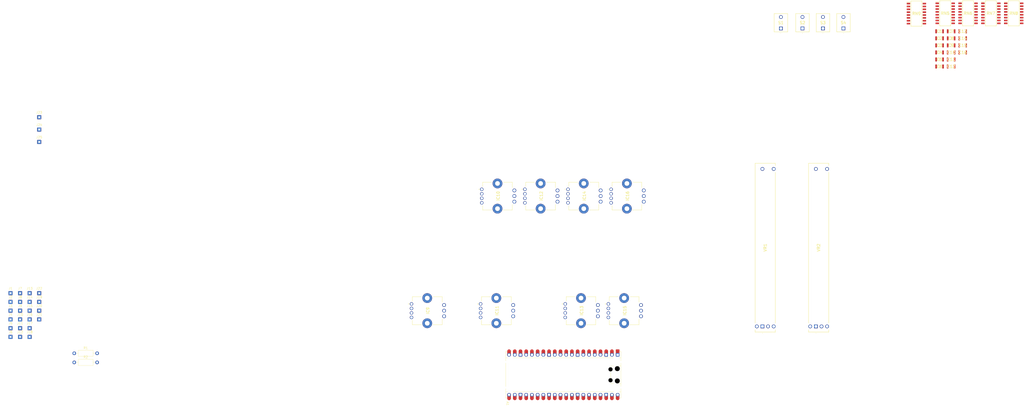
<source format=kicad_pcb>
(kicad_pcb (version 20241229) (generator "pcbnew") (generator_version "9.0")
  (layers (0 "F.Cu" signal) (4 "In1.Cu" signal) (6 "In2.Cu" signal) (2 "B.Cu" signal) (13 "F.Paste" user) (15 "B.Paste" user) (5 "F.SilkS" user "F.Silkscreen") (7 "B.SilkS" user "B.Silkscreen") (1 "F.Mask" user) (3 "B.Mask" user) (25 "Edge.Cuts" user))
  (net 0 "")
  (net 1 "/AOut3")
  (net 2 "/VBUS")
  (net 4 "/AOut1")
  (net 6 "/SCL")
  (net 8 "/AOut5")
  (net 9 "/AOut4")
  (net 10 "/WIPER_VR1")
  (net 11 "/AOut7")
  (net 12 "/BOut3")
  (net 13 "/WIPER_VR2")
  (net 15 "/SDA")
  (net 16 "/AOut6")
  (net 17 "/BOut1")
  (net 18 "/3V3")
  (net 19 "/BOut7")
  (net 20 "/AOut8")
  (net 21 "/BOut2")
  (net 23 "/BOut6")
  (net 24 "/BOut5")
  (net 25 "/BOut4")
  (net 26 "/AOut2")
  (net 27 "/BOut8")
  (net 28 "GND")
  (net 29 "/OE")
  (net 30 "/PWM_1")
  (net 31 "/PWM_0")
  (net 32 "/PWM_9")
  (net 33 "/PWM_8")
  (net 34 "/PWM_2")
  (net 35 "/PWM_3")
  (net 36 "/PWM_11")
  (net 37 "/PWM_10")
  (net 38 "/PWM_5")
  (net 39 "/PWM_4")
  (net 40 "/PWM_12")
  (net 41 "/PWM_13")
  (net 42 "/PWM_7")
  (net 43 "/PWM_6")
  (net 44 "/PWM_14")
  (net 45 "/PWM_15")
  (net 46 "/LED_VCC")
  (net 48 "/GPIO19")
  (net 49 "/GPIO21")
  (net 59 "/GPIO20")
  (net 62 "/GPIO18")
  (net 70 "Net-(VR1-B_(+))")
  (net 71 "Net-(VR2-B_(+))")
  (footprint "SamacSys_Parts:PTL6015O1104B2" (layer "F.Cu") (at 232 120 90)
    (property "Reference" "VR1" (at 35 1.25 90) (layer "F.SilkS") (effects (font (size 1.27 1.27) (thickness 0.254))))
    (property "Value" "PTL60-15O1-104B2" (hide yes))
    (pad "1" thru_hole rect (at 0 0 90) (size 1.65 1.65) (drill 1.1) (layers "*.Cu" "*.Mask") (net 28 "GND"))
    (pad "2" thru_hole circle (at 0 -2.5 90) (size 1.65 1.65) (drill 1.1) (layers "*.Cu" "*.Mask") (net 10 "/WIPER_VR1"))
    (pad "3" thru_hole circle (at 70 0 90) (size 1.65 1.65) (drill 1.1) (layers "*.Cu" "*.Mask") (net 18 "/3V3"))
    (pad "B1" thru_hole circle (at 70 5 90) (size 1.65 1.65) (drill 1.1) (layers "*.Cu" "*.Mask") (net 70 "Net-(VR1-B_(+))"))
    (pad "E1" thru_hole circle (at 0 5 90) (size 1.65 1.65) (drill 1.1) (layers "*.Cu" "*.Mask") (net 28 "GND"))
    (pad "L1" thru_hole circle (at 0 2.5 90) (size 1.65 1.65) (drill 1.1) (layers "*.Cu" "*.Mask") (net 28 "GND"))
  )
  (footprint "Kicad Libs:CAPC3216X90N" (layer "F.Cu") (at 315.883 -1.795)
    (property "Reference" "C10" (at 0 0 0) (layer "F.SilkS") (effects (font (size 1.27 1.27) (thickness 0.254))))
    (property "Value" "885012208009" (hide yes))
    (pad "1" smd rect (at -1.54 0) (size 0.71 1.78) (layers "F.Cu" "F.Mask" "F.Paste") (net 21 "/BOut2"))
    (pad "2" smd rect (at 1.54 0) (size 0.71 1.78) (layers "F.Cu" "F.Mask" "F.Paste") (net 28 "GND"))
  )
  (footprint "Connector_Wire:SolderWire-0.25sqmm_1x01_D0.65mm_OD1.7mm" (layer "F.Cu") (at -102.25 109.11)
    (property "Reference" "J2" (at 0 -2.12 0) (layer "F.SilkS"))
    (property "Value" "Conn_01x01")
    (pad "1" thru_hole roundrect (at 0 0) (size 1.85 1.85) (drill 0.85) (layers "*.Cu" "*.Mask") (roundrect_rratio 0.135135) (net 46 "/LED_VCC"))
  )
  (footprint "Connector_Wire:SolderWire-0.25sqmm_1x01_D0.65mm_OD1.7mm" (layer "F.Cu") (at -102.25 113)
    (property "Reference" "J3" (at 0 -2.12 0) (layer "F.SilkS"))
    (property "Value" "Conn_01x01")
    (pad "1" thru_hole roundrect (at 0 0) (size 1.85 1.85) (drill 0.85) (layers "*.Cu" "*.Mask") (roundrect_rratio 0.135135) (net 31 "/PWM_0"))
  )
  (footprint "Connector_Wire:SolderWire-0.25sqmm_1x01_D0.65mm_OD1.7mm" (layer "F.Cu") (at -98 109.11)
    (property "Reference" "J8" (at 0 -2.12 0) (layer "F.SilkS"))
    (property "Value" "Conn_01x01")
    (pad "1" thru_hole roundrect (at 0 0) (size 1.85 1.85) (drill 0.85) (layers "*.Cu" "*.Mask") (roundrect_rratio 0.135135) (net 38 "/PWM_5"))
  )
  (footprint "Connector_Wire:SolderWire-0.25sqmm_1x01_D0.65mm_OD1.7mm" (layer "F.Cu") (at -89.5 113)
    (property "Reference" "J20" (at 0 -2.12 0) (layer "F.SilkS"))
    (property "Value" "Conn_01x01")
    (pad "1" thru_hole roundrect (at 0 0) (size 1.85 1.85) (drill 0.85) (layers "*.Cu" "*.Mask") (roundrect_rratio 0.135135) (net 15 "/SDA"))
  )
  (footprint "Connector_Wire:SolderWire-0.25sqmm_1x01_D0.65mm_OD1.7mm" (layer "F.Cu") (at -98 105.22)
    (property "Reference" "J7" (at 0 -2.12 0) (layer "F.SilkS"))
    (property "Value" "Conn_01x01")
    (pad "1" thru_hole roundrect (at 0 0) (size 1.85 1.85) (drill 0.85) (layers "*.Cu" "*.Mask") (roundrect_rratio 0.135135) (net 39 "/PWM_4"))
  )
  (footprint "SamacSys_Parts:SOIC127P762X215-16N" (layer "F.Cu") (at 323.398 -19.175)
    (property "Reference" "RN6" (at 0 0 0) (layer "F.SilkS") (effects (font (size 1.27 1.27) (thickness 0.254))))
    (property "Value" "4816P-T01-103LF" (hide yes))
    (pad "1" smd rect (at -3.548 -4.445 90) (size 0.7 1.505) (layers "F.Cu" "F.Mask" "F.Paste") (net 18 "/3V3"))
    (pad "2" smd rect (at -3.548 -3.175 90) (size 0.7 1.505) (layers "F.Cu" "F.Mask" "F.Paste") (net 18 "/3V3"))
    (pad "3" smd rect (at -3.548 -1.905 90) (size 0.7 1.505) (layers "F.Cu" "F.Mask" "F.Paste") (net 18 "/3V3"))
    (pad "4" smd rect (at -3.548 -0.635 90) (size 0.7 1.505) (layers "F.Cu" "F.Mask" "F.Paste") (net 18 "/3V3"))
    (pad "5" smd rect (at -3.548 0.635 90) (size 0.7 1.505) (layers "F.Cu" "F.Mask" "F.Paste") (net 18 "/3V3"))
    (pad "6" smd rect (at -3.548 1.905 90) (size 0.7 1.505) (layers "F.Cu" "F.Mask" "F.Paste") (net 18 "/3V3"))
    (pad "7" smd rect (at -3.548 3.175 90) (size 0.7 1.505) (layers "F.Cu" "F.Mask" "F.Paste") (net 18 "/3V3"))
    (pad "8" smd rect (at -3.548 4.445 90) (size 0.7 1.505) (layers "F.Cu" "F.Mask" "F.Paste") (net 18 "/3V3"))
    (pad "9" smd rect (at 3.548 4.445 90) (size 0.7 1.505) (layers "F.Cu" "F.Mask" "F.Paste") (net 27 "/BOut8"))
    (pad "10" smd rect (at 3.548 3.175 90) (size 0.7 1.505) (layers "F.Cu" "F.Mask" "F.Paste") (net 19 "/BOut7"))
    (pad "11" smd rect (at 3.548 1.905 90) (size 0.7 1.505) (layers "F.Cu" "F.Mask" "F.Paste") (net 23 "/BOut6"))
    (pad "12" smd rect (at 3.548 0.635 90) (size 0.7 1.505) (layers "F.Cu" "F.Mask" "F.Paste") (net 24 "/BOut5"))
    (pad "13" smd rect (at 3.548 -0.635 90) (size 0.7 1.505) (layers "F.Cu" "F.Mask" "F.Paste") (net 25 "/BOut4"))
    (pad "14" smd rect (at 3.548 -1.905 90) (size 0.7 1.505) (layers "F.Cu" "F.Mask" "F.Paste") (net 12 "/BOut3"))
    (pad "15" smd rect (at 3.548 -3.175 90) (size 0.7 1.505) (layers "F.Cu" "F.Mask" "F.Paste") (net 21 "/BOut2"))
    (pad "16" smd rect (at 3.548 -4.445 90) (size 0.7 1.505) (layers "F.Cu" "F.Mask" "F.Paste") (net 17 "/BOut1"))
  )
  (footprint "Connector_Wire:SolderWire-0.25sqmm_1x01_D0.65mm_OD1.7mm" (layer "F.Cu") (at -89.5 32.5)
    (property "Reference" "J24" (at 0 -2.12 0) (layer "F.SilkS"))
    (property "Value" "Conn_01x01")
    (pad "1" thru_hole roundrect (at 0 0) (size 1.85 1.85) (drill 0.85) (layers "*.Cu" "*.Mask") (roundrect_rratio 0.135135) (net 2 "/VBUS"))
  )
  (footprint "Kicad Libs:CAPC3216X90N" (layer "F.Cu") (at 321.023 -11.185)
    (property "Reference" "C13" (at 0 0 0) (layer "F.SilkS") (effects (font (size 1.27 1.27) (thickness 0.254))))
    (property "Value" "885012208009" (hide yes))
    (pad "1" smd rect (at -1.54 0) (size 0.71 1.78) (layers "F.Cu" "F.Mask" "F.Paste") (net 24 "/BOut5"))
    (pad "2" smd rect (at 1.54 0) (size 0.71 1.78) (layers "F.Cu" "F.Mask" "F.Paste") (net 28 "GND"))
  )
  (footprint "Resistor_THT:R_Axial_DIN0207_L6.3mm_D2.5mm_P10.16mm_Horizontal" (layer "F.Cu") (at -73.91 136)
    (property "Reference" "R2" (at 5.08 -2.37 0) (layer "F.SilkS"))
    (property "Value" "R")
    (pad "1" thru_hole circle (at 0 0) (size 1.6 1.6) (drill 0.8) (layers "*.Cu" "*.Mask") (net 71 "Net-(VR2-B_(+))"))
    (pad "2" thru_hole oval (at 10.16 0) (size 1.6 1.6) (drill 0.8) (layers "*.Cu" "*.Mask") (net 46 "/LED_VCC"))
  )
  (footprint "SamacSys_Parts:2MS6T1B3M2QES" (layer "F.Cu") (at 268 -12.46)
    (property "Reference" "S4" (at 0 -2.54 0) (layer "F.SilkS") (effects (font (size 1.27 1.27) (thickness 0.254))))
    (property "Value" "2MS6T1B3M2QES" (hide yes))
    (pad "1" thru_hole rect (at 0 0) (size 1.635 1.635) (drill 1.09) (layers "*.Cu" "*.Mask") (net 28 "GND"))
    (pad "3" thru_hole circle (at 0 -5.08) (size 1.635 1.635) (drill 1.09) (layers "*.Cu" "*.Mask") (net 49 "/GPIO21"))
  )
  (footprint "Module:RaspberryPi_Pico_Common_Unspecified" (layer "F.Cu") (at 143.5 141.5 -90)
    (property "Reference" "A1" (at 11.7475 24.765 270) (layer "F.SilkS") (effects (justify left)))
    (property "Value" "RaspberryPi_Pico")
    (pad "" np_thru_hole circle (at -2.725 -24 270) (size 2.2 2.2) (drill 2.2) (layers "*.Mask"))
    (pad "" np_thru_hole circle (at -2.425 -20.97 270) (size 1.85 1.85) (drill 1.85) (layers "*.Mask"))
    (pad "" np_thru_hole circle (at 2.425 -20.97 270) (size 1.85 1.85) (drill 1.85) (layers "*.Mask"))
    (pad "" np_thru_hole circle (at 2.725 -24 270) (size 2.2 2.2) (drill 2.2) (layers "*.Mask"))
    (pad "1" smd custom (at -9.69 -24.13 270) (size 1.6 0.8) (layers "F.Cu" "F.Mask") (net 4 "/AOut1") (options (clearance outline) (anchor rect)) (primitives (gr_circle (center 0.8 0) (end 1.6 0) (width 0) (fill yes)) (gr_poly (pts (xy -1.6 -0.6) (xy -1.6 0.6) (xy -1.4 0.8) (xy 0.8 0.8) (xy 0.8 -0.8) (xy -1.4 -0.8)) (width 0) (fill yes)) (gr_circle (center -1.4 -0.6) (end -1.2 -0.6) (width 0) (fill yes)) (gr_circle (center -1.4 0.6) (end -1.2 0.6) (width 0) (fill yes))))
    (pad "1" thru_hole roundrect (at -8.89 -24.13 270) (size 1.6 1.6) (drill 1) (layers "*.Cu" "*.Mask") (roundrect_rratio 0.125) (net 4 "/AOut1"))
    (pad "2" smd roundrect (at -9.69 -21.59 270) (size 3.2 1.6) (layers "F.Cu" "F.Mask") (roundrect_rratio 0.5) (net 17 "/BOut1"))
    (pad "2" thru_hole circle (at -8.89 -21.59 270) (size 1.6 1.6) (drill 1) (layers "*.Cu" "*.Mask") (net 17 "/BOut1"))
    (pad "3" smd custom (at -9.69 -19.05 270) (size 1.6 0.8) (layers "F.Cu" "F.Mask") (options (clearance outline) (anchor rect)) (primitives (gr_circle (center -0.8 0) (end 0 0) (width 0) (fill yes)) (gr_poly (pts (xy 1.6 -0.6) (xy 1.6 0.6) (xy 1.4 0.8) (xy -0.8 0.8) (xy -0.8 -0.8) (xy 1.4 -0.8)) (width 0) (fill yes)) (gr_circle (center 1.4 -0.6) (end 1.6 -0.6) (width 0) (fill yes)) (gr_circle (center 1.4 0.6) (end 1.6 0.6) (width 0) (fill yes))))
    (pad "3" thru_hole custom (at -8.89 -19.05 270) (size 1.6 1.6) (drill 1) (layers "*.Cu" "*.Mask") (options (clearance outline) (anchor circle)) (primitives (gr_poly (pts (xy 0.8 0.6) (xy 0.8 -0.6) (xy 0.6 -0.8) (xy 0 -0.8) (xy 0 0.8) (xy 0.6 0.8)) (width 0) (fill yes)) (gr_circle (center 0.6 0.6) (end 0.8 0.6) (width 0) (fill yes)) (gr_circle (center 0.6 -0.6) (end 0.8 -0.6) (width 0) (fill yes))))
    (pad "4" smd roundrect (at -9.69 -16.51 270) (size 3.2 1.6) (layers "F.Cu" "F.Mask") (roundrect_rratio 0.5) (net 26 "/AOut2"))
    (pad "4" thru_hole circle (at -8.89 -16.51 270) (size 1.6 1.6) (drill 1) (layers "*.Cu" "*.Mask") (net 26 "/AOut2"))
    (pad "5" smd roundrect (at -9.69 -13.97 270) (size 3.2 1.6) (layers "F.Cu" "F.Mask") (roundrect_rratio 0.5) (net 21 "/BOut2"))
    (pad "5" thru_hole circle (at -8.89 -13.97 270) (size 1.6 1.6) (drill 1) (layers "*.Cu" "*.Mask") (net 21 "/BOut2"))
    (pad "6" smd roundrect (at -9.69 -11.43 270) (size 3.2 1.6) (layers "F.Cu" "F.Mask") (roundrect_rratio 0.5) (net 15 "/SDA"))
    (pad "6" thru_hole circle (at -8.89 -11.43 270) (size 1.6 1.6) (drill 1) (layers "*.Cu" "*.Mask") (net 15 "/SDA"))
    (pad "7" smd roundrect (at -9.69 -8.89 270) (size 3.2 1.6) (layers "F.Cu" "F.Mask") (roundrect_rratio 0.5) (net 6 "/SCL"))
    (pad "7" thru_hole circle (at -8.89 -8.89 270) (size 1.6 1.6) (drill 1) (layers "*.Cu" "*.Mask") (net 6 "/SCL"))
    (pad "8" smd custom (at -9.69 -6.35 270) (size 1.6 0.8) (layers "F.Cu" "F.Mask") (options (clearance outline) (anchor rect)) (primitives (gr_circle (center -0.8 0) (end 0 0) (width 0) (fill yes)) (gr_poly (pts (xy 1.6 -0.6) (xy 1.6 0.6) (xy 1.4 0.8) (xy -0.8 0.8) (xy -0.8 -0.8) (xy 1.4 -0.8)) (width 0) (fill yes)) (gr_circle (center 1.4 -0.6) (end 1.6 -0.6) (width 0) (fill yes)) (gr_circle (center 1.4 0.6) (end 1.6 0.6) (width 0) (fill yes))))
    (pad "8" thru_hole custom (at -8.89 -6.35 270) (size 1.6 1.6) (drill 1) (layers "*.Cu" "*.Mask") (options (clearance outline) (anchor circle)) (primitives (gr_poly (pts (xy 0.8 0.6) (xy 0.8 -0.6) (xy 0.6 -0.8) (xy 0 -0.8) (xy 0 0.8) (xy 0.6 0.8)) (width 0) (fill yes)) (gr_circle (center 0.6 0.6) (end 0.8 0.6) (width 0) (fill yes)) (gr_circle (center 0.6 -0.6) (end 0.8 -0.6) (width 0) (fill yes))))
    (pad "9" smd roundrect (at -9.69 -3.81 270) (size 3.2 1.6) (layers "F.Cu" "F.Mask") (roundrect_rratio 0.5) (net 1 "/AOut3"))
    (pad "9" thru_hole circle (at -8.89 -3.81 270) (size 1.6 1.6) (drill 1) (layers "*.Cu" "*.Mask") (net 1 "/AOut3"))
    (pad "10" smd roundrect (at -9.69 -1.27 270) (size 3.2 1.6) (layers "F.Cu" "F.Mask") (roundrect_rratio 0.5) (net 12 "/BOut3"))
    (pad "10" thru_hole circle (at -8.89 -1.27 270) (size 1.6 1.6) (drill 1) (layers "*.Cu" "*.Mask") (net 12 "/BOut3"))
    (pad "11" smd roundrect (at -9.69 1.27 270) (size 3.2 1.6) (layers "F.Cu" "F.Mask") (roundrect_rratio 0.5) (net 9 "/AOut4"))
    (pad "11" thru_hole circle (at -8.89 1.27 270) (size 1.6 1.6) (drill 1) (layers "*.Cu" "*.Mask") (net 9 "/AOut4"))
    (pad "12" smd roundrect (at -9.69 3.81 270) (size 3.2 1.6) (layers "F.Cu" "F.Mask") (roundrect_rratio 0.5) (net 25 "/BOut4"))
    (pad "12" thru_hole circle (at -8.89 3.81 270) (size 1.6 1.6) (drill 1) (layers "*.Cu" "*.Mask") (net 25 "/BOut4"))
    (pad "13" smd custom (at -9.69 6.35 270) (size 1.6 0.8) (layers "F.Cu" "F.Mask") (options (clearance outline) (anchor rect)) (primitives (gr_circle (center -0.8 0) (end 0 0) (width 0) (fill yes)) (gr_poly (pts (xy 1.6 -0.6) (xy 1.6 0.6) (xy 1.4 0.8) (xy -0.8 0.8) (xy -0.8 -0.8) (xy 1.4 -0.8)) (width 0) (fill yes)) (gr_circle (center 1.4 -0.6) (end 1.6 -0.6) (width 0) (fill yes)) (gr_circle (center 1.4 0.6) (end 1.6 0.6) (width 0) (fill yes))))
    (pad "13" thru_hole custom (at -8.89 6.35 270) (size 1.6 1.6) (drill 1) (layers "*.Cu" "*.Mask") (options (clearance outline) (anchor circle)) (primitives (gr_poly (pts (xy 0.8 0.6) (xy 0.8 -0.6) (xy 0.6 -0.8) (xy 0 -0.8) (xy 0 0.8) (xy 0.6 0.8)) (width 0) (fill yes)) (gr_circle (center 0.6 0.6) (end 0.8 0.6) (width 0) (fill yes)) (gr_circle (center 0.6 -0.6) (end 0.8 -0.6) (width 0) (fill yes))))
    (pad "14" smd roundrect (at -9.69 8.89 270) (size 3.2 1.6) (layers "F.Cu" "F.Mask") (roundrect_rratio 0.5) (net 8 "/AOut5"))
    (pad "14" thru_hole circle (at -8.89 8.89 270) (size 1.6 1.6) (drill 1) (layers "*.Cu" "*.Mask") (net 8 "/AOut5"))
    (pad "15" smd roundrect (at -9.69 11.43 270) (size 3.2 1.6) (layers "F.Cu" "F.Mask") (roundrect_rratio 0.5) (net 24 "/BOut5"))
    (pad "15" thru_hole circle (at -8.89 11.43 270) (size 1.6 1.6) (drill 1) (layers "*.Cu" "*.Mask") (net 24 "/BOut5"))
    (pad "16" smd roundrect (at -9.69 13.97 270) (size 3.2 1.6) (layers "F.Cu" "F.Mask") (roundrect_rratio 0.5) (net 16 "/AOut6"))
    (pad "16" thru_hole circle (at -8.89 13.97 270) (size 1.6 1.6) (drill 1) (layers "*.Cu" "*.Mask") (net 16 "/AOut6"))
    (pad "17" smd roundrect (at -9.69 16.51 270) (size 3.2 1.6) (layers "F.Cu" "F.Mask") (roundrect_rratio 0.5) (net 23 "/BOut6"))
    (pad "17" thru_hole circle (at -8.89 16.51 270) (size 1.6 1.6) (drill 1) (layers "*.Cu" "*.Mask") (net 23 "/BOut6"))
    (pad "18" smd custom (at -9.69 19.05 270) (size 1.6 0.8) (layers "F.Cu" "F.Mask") (options (clearance outline) (anchor rect)) (primitives (gr_circle (center -0.8 0) (end 0 0) (width 0) (fill yes)) (gr_poly (pts (xy 1.6 -0.6) (xy 1.6 0.6) (xy 1.4 0.8) (xy -0.8 0.8) (xy -0.8 -0.8) (xy 1.4 -0.8)) (width 0) (fill yes)) (gr_circle (center 1.4 -0.6) (end 1.6 -0.6) (width 0) (fill yes)) (gr_circle (center 1.4 0.6) (end 1.6 0.6) (width 0) (fill yes))))
    (pad "18" thru_hole custom (at -8.89 19.05 270) (size 1.6 1.6) (drill 1) (layers "*.Cu" "*.Mask") (options (clearance outline) (anchor circle)) (primitives (gr_poly (pts (xy 0.8 0.6) (xy 0.8 -0.6) (xy 0.6 -0.8) (xy 0 -0.8) (xy 0 0.8) (xy 0.6 0.8)) (width 0) (fill yes)) (gr_circle (center 0.6 0.6) (end 0.8 0.6) (width 0) (fill yes)) (gr_circle (center 0.6 -0.6) (end 0.8 -0.6) (width 0) (fill yes))))
    (pad "19" smd roundrect (at -9.69 21.59 270) (size 3.2 1.6) (layers "F.Cu" "F.Mask") (roundrect_rratio 0.5) (net 11 "/AOut7"))
    (pad "19" thru_hole circle (at -8.89 21.59 270) (size 1.6 1.6) (drill 1) (layers "*.Cu" "*.Mask") (net 11 "/AOut7"))
    (pad "20" smd roundrect (at -9.69 24.13 270) (size 3.2 1.6) (layers "F.Cu" "F.Mask") (roundrect_rratio 0.5) (net 19 "/BOut7"))
    (pad "20" thru_hole circle (at -8.89 24.13 270) (size 1.6 1.6) (drill 1) (layers "*.Cu" "*.Mask") (net 19 "/BOut7"))
    (pad "21" thru_hole circle (at 8.89 24.13 270) (size 1.6 1.6) (drill 1) (layers "*.Cu" "*.Mask") (net 20 "/AOut8"))
    (pad "21" smd roundrect (at 9.69 24.13 270) (size 3.2 1.6) (layers "F.Cu" "F.Mask") (roundrect_rratio 0.5) (net 20 "/AOut8"))
    (pad "22" thru_hole circle (at 8.89 21.59 270) (size 1.6 1.6) (drill 1) (layers "*.Cu" "*.Mask") (net 27 "/BOut8"))
    (pad "22" smd roundrect (at 9.69 21.59 270) (size 3.2 1.6) (layers "F.Cu" "F.Mask") (roundrect_rratio 0.5) (net 27 "/BOut8"))
    (pad "23" thru_hole custom (at 8.89 19.05 270) (size 1.6 1.6) (drill 1) (layers "*.Cu" "*.Mask") (options (clearance outline) (anchor circle)) (primitives (gr_poly (pts (xy -0.8 0.6) (xy -0.8 -0.6) (xy -0.6 -0.8) (xy 0 -0.8) (xy 0 0.8) (xy -0.6 0.8)) (width 0) (fill yes)) (gr_circle (center -0.6 0.6) (end -0.4 0.6) (width 0) (fill yes)) (gr_circle (center -0.6 -0.6) (end -0.4 -0.6) (width 0) (fill yes))))
    (pad "23" smd custom (at 9.69 19.05 270) (size 1.6 0.8) (layers "F.Cu" "F.Mask") (options (clearance outline) (anchor rect)) (primitives (gr_circle (center 0.8 0) (end 1.6 0) (width 0) (fill yes)) (gr_poly (pts (xy -1.6 -0.6) (xy -1.6 0.6) (xy -1.4 0.8) (xy 0.8 0.8) (xy 0.8 -0.8) (xy -1.4 -0.8)) (width 0) (fill yes)) (gr_circle (center -1.4 -0.6) (end -1.2 -0.6) (width 0) (fill yes)) (gr_circle (center -1.4 0.6) (end -1.2 0.6) (width 0) (fill yes))))
    (pad "24" thru_hole circle (at 8.89 16.51 270) (size 1.6 1.6) (drill 1) (layers "*.Cu" "*.Mask") (net 62 "/GPIO18"))
    (pad "24" smd roundrect (at 9.69 16.51 270) (size 3.2 1.6) (layers "F.Cu" "F.Mask") (roundrect_rratio 0.5) (net 62 "/GPIO18"))
    (pad "25" thru_hole circle (at 8.89 13.97 270) (size 1.6 1.6) (drill 1) (layers "*.Cu" "*.Mask") (net 48 "/GPIO19"))
    (pad "25" smd roundrect (at 9.69 13.97 270) (size 3.2 1.6) (layers "F.Cu" "F.Mask") (roundrect_rratio 0.5) (net 48 "/GPIO19"))
    (pad "26" thru_hole circle (at 8.89 11.43 270) (size 1.6 1.6) (drill 1) (layers "*.Cu" "*.Mask") (net 59 "/GPIO20"))
    (pad "26" smd roundrect (at 9.69 11.43 270) (size 3.2 1.6) (layers "F.Cu" "F.Mask") (roundrect_rratio 0.5) (net 59 "/GPIO20"))
    (pad "27" thru_hole circle (at 8.89 8.89 270) (size 1.6 1.6) (drill 1) (layers "*.Cu" "*.Mask") (net 49 "/GPIO21"))
    (pad "27" smd roundrect (at 9.69 8.89 270) (size 3.2 1.6) (layers "F.Cu" "F.Mask") (roundrect_rratio 0.5) (net 49 "/GPIO21"))
    (pad "28" thru_hole custom (at 8.89 6.35 270) (size 1.6 1.6) (drill 1) (layers "*.Cu" "*.Mask") (options (clearance outline) (anchor circle)) (primitives (gr_poly (pts (xy -0.8 0.6) (xy -0.8 -0.6) (xy -0.6 -0.8) (xy 0 -0.8) (xy 0 0.8) (xy -0.6 0.8)) (width 0) (fill yes)) (gr_circle (center -0.6 0.6) (end -0.4 0.6) (width 0) (fill yes)) (gr_circle (center -0.6 -0.6) (end -0.4 -0.6) (width 0) (fill yes))))
    (pad "28" smd custom (at 9.69 6.35 270) (size 1.6 0.8) (layers "F.Cu" "F.Mask") (options (clearance outline) (anchor rect)) (primitives (gr_circle (center 0.8 0) (end 1.6 0) (width 0) (fill yes)) (gr_poly (pts (xy -1.6 -0.6) (xy -1.6 0.6) (xy -1.4 0.8) (xy 0.8 0.8) (xy 0.8 -0.8) (xy -1.4 -0.8)) (width 0) (fill yes)) (gr_circle (center -1.4 -0.6) (end -1.2 -0.6) (width 0) (fill yes)) (gr_circle (center -1.4 0.6) (end -1.2 0.6) (width 0) (fill yes))))
    (pad "29" thru_hole circle (at 8.89 3.81 270) (size 1.6 1.6) (drill 1) (layers "*.Cu" "*.Mask") (net 29 "/OE"))
    (pad "29" smd roundrect (at 9.69 3.81 270) (size 3.2 1.6) (layers "F.Cu" "F.Mask") (roundrect_rratio 0.5) (net 29 "/OE"))
    (pad "30" thru_hole circle (at 8.89 1.27 270) (size 1.6 1.6) (drill 1) (layers "*.Cu" "*.Mask"))
    (pad "30" smd roundrect (at 9.69 1.27 270) (size 3.2 1.6) (layers "F.Cu" "F.Mask") (roundrect_rratio 0.5))
    (pad "31" thru_hole circle (at 8.89 -1.27 270) (size 1.6 1.6) (drill 1) (layers "*.Cu" "*.Mask") (net 10 "/WIPER_VR1"))
    (pad "31" smd roundrect (at 9.69 -1.27 270) (size 3.2 1.6) (layers "F.Cu" "F.Mask") (roundrect_rratio 0.5) (net 10 "/WIPER_VR1"))
    (pad "32" thru_hole circle (at 8.89 -3.81 270) (size 1.6 1.6) (drill 1) (layers "*.Cu" "*.Mask") (net 13 "/WIPER_VR2"))
    (pad "32" smd roundrect (at 9.69 -3.81 270) (size 3.2 1.6) (layers "F.Cu" "F.Mask") (roundrect_rratio 0.5) (net 13 "/WIPER_VR2"))
    (pad "33" thru_hole custom (at 8.89 -6.35 270) (size 1.6 1.6) (drill 1) (layers "*.Cu" "*.Mask") (net 28 "GND") (options (clearance outline) (anchor circle)) (primitives (gr_poly (pts (xy -0.8 0.6) (xy -0.8 -0.6) (xy -0.6 -0.8) (xy 0 -0.8) (xy 0 0.8) (xy -0.6 0.8)) (width 0) (fill yes)) (gr_circle (center -0.6 0.6) (end -0.4 0.6) (width 0) (fill yes)) (gr_circle (center -0.6 -0.6) (end -0.4 -0.6) (width 0) (fill yes))))
    (pad "33" smd custom (at 9.69 -6.35 270) (size 1.6 0.8) (layers "F.Cu" "F.Mask") (net 28 "GND") (options (clearance outline) (anchor rect)) (primitives (gr_circle (center 0.8 0) (end 1.6 0) (width 0) (fill yes)) (gr_poly (pts (xy -1.6 -0.6) (xy -1.6 0.6) (xy -1.4 0.8) (xy 0.8 0.8) (xy 0.8 -0.8) (xy -1.4 -0.8)) (width 0) (fill yes)) (gr_circle (center -1.4 -0.6) (end -1.2 -0.6) (width 0) (fill yes)) (gr_circle (center -1.4 0.6) (end -1.2 0.6) (width 0) (fill yes))))
    (pad "34" thru_hole circle (at 8.89 -8.89 270) (size 1.6 1.6) (drill 1) (layers "*.Cu" "*.Mask"))
    (pad "34" smd roundrect (at 9.69 -8.89 270) (size 3.2 1.6) (layers "F.Cu" "F.Mask") (roundrect_rratio 0.5))
    (pad "35" thru_hole circle (at 8.89 -11.43 270) (size 1.6 1.6) (drill 1) (layers "*.Cu" "*.Mask"))
    (pad "35" smd roundrect (at 9.69 -11.43 270) (size 3.2 1.6) (layers "F.Cu" "F.Mask") (roundrect_rratio 0.5))
    (pad "36" thru_hole circle (at 8.89 -13.97 270) (size 1.6 1.6) (drill 1) (layers "*.Cu" "*.Mask") (net 18 "/3V3"))
    (pad "36" smd roundrect (at 9.69 -13.97 270) (size 3.2 1.6) (layers "F.Cu" "F.Mask") (roundrect_rratio 0.5) (net 18 "/3V3"))
    (pad "37" thru_hole circle (at 8.89 -16.51 270) (size 1.6 1.6) (drill 1) (layers "*.Cu" "*.Mask"))
    (pad "37" smd roundrect (at 9.69 -16.51 270) (size 3.2 1.6) (layers "F.Cu" "F.Mask") (roundrect_rratio 0.5))
    (pad "38" thru_hole custom (at 8.89 -19.05 270) (size 1.6 1.6) (drill 1) (layers "*.Cu" "*.Mask") (options (clearance outline) (anchor circle)) (primitives (gr_poly (pts (xy -0.8 0.6) (xy -0.8 -0.6) (xy -0.6 -0.8) (xy 0 -0.8) (xy 0 0.8) (xy -0.6 0.8)) (width 0) (fill yes)) (gr_circle (center -0.6 0.6) (end -0.4 0.6) (width 0) (fill yes)) (gr_circle (center -0.6 -0.6) (end -0.4 -0.6) (width 0) (fill yes))))
    (pad "38" smd custom (at 9.69 -19.05 270) (size 1.6 0.8) (layers "F.Cu" "F.Mask") (options (clearance outline) (anchor rect)) (primitives (gr_circle (center 0.8 0) (end 1.6 0) (width 0) (fill yes)) (gr_poly (pts (xy -1.6 -0.6) (xy -1.6 0.6) (xy -1.4 0.8) (xy 0.8 0.8) (xy 0.8 -0.8) (xy -1.4 -0.8)) (width 0) (fill yes)) (gr_circle (center -1.4 -0.6) (end -1.2 -0.6) (width 0) (fill yes)) (gr_circle (center -1.4 0.6) (end -1.2 0.6) (width 0) (fill yes))))
    (pad "39" thru_hole circle (at 8.89 -21.59 270) (size 1.6 1.6) (drill 1) (layers "*.Cu" "*.Mask"))
    (pad "39" smd roundrect (at 9.69 -21.59 270) (size 3.2 1.6) (layers "F.Cu" "F.Mask") (roundrect_rratio 0.5))
    (pad "40" thru_hole circle (at 8.89 -24.13 270) (size 1.6 1.6) (drill 1) (layers "*.Cu" "*.Mask") (net 2 "/VBUS"))
    (pad "40" smd roundrect (at 9.69 -24.13 270) (size 3.2 1.6) (layers "F.Cu" "F.Mask") (roundrect_rratio 0.5) (net 2 "/VBUS"))
  )
  (footprint "Connector_Wire:SolderWire-0.25sqmm_1x01_D0.65mm_OD1.7mm" (layer "F.Cu") (at -89.5 38)
    (property "Reference" "J25" (at 0 -2.12 0) (layer "F.SilkS"))
    (property "Value" "Conn_01x01")
    (pad "1" thru_hole roundrect (at 0 0) (size 1.85 1.85) (drill 0.85) (layers "*.Cu" "*.Mask") (roundrect_rratio 0.135135) (net 28 "GND"))
  )
  (footprint "Connector_Wire:SolderWire-0.25sqmm_1x01_D0.65mm_OD1.7mm" (layer "F.Cu") (at -93.75 109.11)
    (property "Reference" "J14" (at 0 -2.12 0) (layer "F.SilkS"))
    (property "Value" "Conn_01x01")
    (pad "1" thru_hole roundrect (at 0 0) (size 1.85 1.85) (drill 0.85) (layers "*.Cu" "*.Mask") (roundrect_rratio 0.135135) (net 36 "/PWM_11"))
  )
  (footprint "SamacSys_Parts:2MS6T1B3M2QES" (layer "F.Cu") (at 240.2 -12.45)
    (property "Reference" "S1" (at 0 -2.54 0) (layer "F.SilkS") (effects (font (size 1.27 1.27) (thickness 0.254))))
    (property "Value" "2MS6T1B3M2QES" (hide yes))
    (pad "1" thru_hole rect (at 0 0) (size 1.635 1.635) (drill 1.09) (layers "*.Cu" "*.Mask") (net 28 "GND"))
    (pad "3" thru_hole circle (at 0 -5.08) (size 1.635 1.635) (drill 1.09) (layers "*.Cu" "*.Mask") (net 62 "/GPIO18"))
  )
  (footprint "Kicad Libs:CAPC3216X90N" (layer "F.Cu") (at 310.743 4.465)
    (property "Reference" "C6" (at 0 0 0) (layer "F.SilkS") (effects (font (size 1.27 1.27) (thickness 0.254))))
    (property "Value" "885012208009" (hide yes))
    (pad "1" smd rect (at -1.54 0) (size 0.71 1.78) (layers "F.Cu" "F.Mask" "F.Paste") (net 16 "/AOut6"))
    (pad "2" smd rect (at 1.54 0) (size 0.71 1.78) (layers "F.Cu" "F.Mask" "F.Paste") (net 28 "GND"))
  )
  (footprint "Connector_Wire:SolderWire-0.25sqmm_1x01_D0.65mm_OD1.7mm" (layer "F.Cu") (at -102.25 105.22)
    (property "Reference" "J1" (at 0 -2.12 0) (layer "F.SilkS"))
    (property "Value" "Conn_01x01")
    (pad "1" thru_hole roundrect (at 0 0) (size 1.85 1.85) (drill 0.85) (layers "*.Cu" "*.Mask") (roundrect_rratio 0.135135) (net 18 "/3V3"))
  )
  (footprint "Kicad Libs:PEL12D4225SS1024" (layer "F.Cu") (at 126.4 59.05 90)
    (property "Reference" "IC12" (at -3 7.287 90) (layer "F.SilkS") (effects (font (size 1.27 1.27) (thickness 0.254))))
    (property "Value" "PEL12D-4225S-S1024" (hide yes))
    (pad "1" thru_hole circle (at 0 0 90) (size 1.5 1.5) (drill 1) (layers "*.Cu" "*.Mask") (net 28 "GND"))
    (pad "2" thru_hole circle (at -2 0 90) (size 1.5 1.5) (drill 1) (layers "*.Cu" "*.Mask") (net 37 "/PWM_10"))
    (pad "3" thru_hole circle (at -4 0 90) (size 1.5 1.5) (drill 1) (layers "*.Cu" "*.Mask") (net 36 "/PWM_11"))
    (pad "4" thru_hole circle (at -6 0 90) (size 1.5 1.5) (drill 1) (layers "*.Cu" "*.Mask") (net 28 "GND"))
    (pad "A1" thru_hole circle (at -5.5 14.5 90) (size 1.65 1.65) (drill 1.1) (layers "*.Cu" "*.Mask") (net 16 "/AOut6"))
    (pad "B1" thru_hole circle (at -0.5 14.5 90) (size 1.65 1.65) (drill 1.1) (layers "*.Cu" "*.Mask") (net 23 "/BOut6"))
    (pad "C1" thru_hole circle (at -3 14.5 90) (size 1.65 1.65) (drill 1.1) (layers "*.Cu" "*.Mask") (net 28 "GND"))
    (pad "MH1" thru_hole circle (at 2.6 7 90) (size 4.35 4.35) (drill 2.1) (layers "*.Cu" "*.Mask") (net 28 "GND"))
    (pad "MH2" thru_hole circle (at -8.6 7 90) (size 4.35 4.35) (drill 2.1) (layers "*.Cu" "*.Mask") (net 28 "GND"))
  )
  (footprint "SamacSys_Parts:SOIC127P762X215-16N" (layer "F.Cu") (at 343.698 -19.175)
    (property "Reference" "RN8" (at 0 0 0) (layer "F.SilkS") (effects (font (size 1.27 1.27) (thickness 0.254))))
    (property "Value" "4816P-T01-103LF" (hide yes))
    (pad "1" smd rect (at -3.548 -4.445 90) (size 0.7 1.505) (layers "F.Cu" "F.Mask" "F.Paste") (net 17 "/BOut1"))
    (pad "2" smd rect (at -3.548 -3.175 90) (size 0.7 1.505) (layers "F.Cu" "F.Mask" "F.Paste") (net 21 "/BOut2"))
    (pad "3" smd rect (at -3.548 -1.905 90) (size 0.7 1.505) (layers "F.Cu" "F.Mask" "F.Paste") (net 12 "/BOut3"))
    (pad "4" smd rect (at -3.548 -0.635 90) (size 0.7 1.505) (layers "F.Cu" "F.Mask" "F.Paste") (net 25 "/BOut4"))
    (pad "5" smd rect (at -3.548 0.635 90) (size 0.7 1.505) (layers "F.Cu" "F.Mask" "F.Paste") (net 24 "/BOut5"))
    (pad "6" smd rect (at -3.548 1.905 90) (size 0.7 1.505) (layers "F.Cu" "F.Mask" "F.Paste") (net 23 "/BOut6"))
    (pad "7" smd rect (at -3.548 3.175 90) (size 0.7 1.505) (layers "F.Cu" "F.Mask" "F.Paste") (net 19 "/BOut7"))
    (pad "8" smd rect (at -3.548 4.445 90) (size 0.7 1.505) (layers "F.Cu" "F.Mask" "F.Paste") (net 27 "/BOut8"))
    (pad "9" smd rect (at 3.548 4.445 90) (size 0.7 1.505) (layers "F.Cu" "F.Mask" "F.Paste") (net 27 "/BOut8"))
    (pad "10" smd rect (at 3.548 3.175 90) (size 0.7 1.505) (layers "F.Cu" "F.Mask" "F.Paste") (net 19 "/BOut7"))
    (pad "11" smd rect (at 3.548 1.905 90) (size 0.7 1.505) (layers "F.Cu" "F.Mask" "F.Paste") (net 23 "/BOut6"))
    (pad "12" smd rect (at 3.548 0.635 90) (size 0.7 1.505) (layers "F.Cu" "F.Mask" "F.Paste") (net 24 "/BOut5"))
    (pad "13" smd rect (at 3.548 -0.635 90) (size 0.7 1.505) (layers "F.Cu" "F.Mask" "F.Paste") (net 25 "/BOut4"))
    (pad "14" smd rect (at 3.548 -1.905 90) (size 0.7 1.505) (layers "F.Cu" "F.Mask" "F.Paste") (net 12 "/BOut3"))
    (pad "15" smd rect (at 3.548 -3.175 90) (size 0.7 1.505) (layers "F.Cu" "F.Mask" "F.Paste") (net 21 "/BOut2"))
    (pad "16" smd rect (at 3.548 -4.445 90) (size 0.7 1.505) (layers "F.Cu" "F.Mask" "F.Paste") (net 17 "/BOut1"))
  )
  (footprint "Kicad Libs:PEL12D4225SS1024" (layer "F.Cu") (at 106.7125 110 90)
    (property "Reference" "IC11" (at -3 7.287 90) (layer "F.SilkS") (effects (font (size 1.27 1.27) (thickness 0.254))))
    (property "Value" "PEL12D-4225S-S1024" (hide yes))
    (pad "1" thru_hole circle (at 0 0 90) (size 1.5 1.5) (drill 1) (layers "*.Cu" "*.Mask") (net 28 "GND"))
    (pad "2" thru_hole circle (at -2 0 90) (size 1.5 1.5) (drill 1) (layers "*.Cu" "*.Mask") (net 35 "/PWM_3"))
    (pad "3" thru_hole circle (at -4 0 90) (size 1.5 1.5) (drill 1) (layers "*.Cu" "*.Mask") (net 34 "/PWM_2"))
    (pad "4" thru_hole circle (at -6 0 90) (size 1.5 1.5) (drill 1) (layers "*.Cu" "*.Mask") (net 28 "GND"))
    (pad "A1" thru_hole circle (at -5.5 14.5 90) (size 1.65 1.65) (drill 1.1) (layers "*.Cu" "*.Mask") (net 26 "/AOut2"))
    (pad "B1" thru_hole circle (at -0.5 14.5 90) (size 1.65 1.65) (drill 1.1) (layers "*.Cu" "*.Mask") (net 21 "/BOut2"))
    (pad "C1" thru_hole circle (at -3 14.5 90) (size 1.65 1.65) (drill 1.1) (layers "*.Cu" "*.Mask") (net 28 "GND"))
    (pad "MH1" thru_hole circle (at 2.6 7 90) (size 4.35 4.35) (drill 2.1) (layers "*.Cu" "*.Mask") (net 28 "GND"))
    (pad "MH2" thru_hole circle (at -8.6 7 90) (size 4.35 4.35) (drill 2.1) (layers "*.Cu" "*.Mask") (net 28 "GND"))
  )
  (footprint "Kicad Libs:CAPC3216X90N" (layer "F.Cu") (at 321.023 -1.795)
    (property "Reference" "C16" (at 0 0 0) (layer "F.SilkS") (effects (font (size 1.27 1.27) (thickness 0.254))))
    (property "Value" "885012208009" (hide yes))
    (pad "1" smd rect (at -1.54 0) (size 0.71 1.78) (layers "F.Cu" "F.Mask" "F.Paste") (net 27 "/BOut8"))
    (pad "2" smd rect (at 1.54 0) (size 0.71 1.78) (layers "F.Cu" "F.Mask" "F.Paste") (net 28 "GND"))
  )
  (footprint "Connector_Wire:SolderWire-0.25sqmm_1x01_D0.65mm_OD1.7mm" (layer "F.Cu") (at -102.25 124.67)
    (property "Reference" "J6" (at 0 -2.12 0) (layer "F.SilkS"))
    (property "Value" "Conn_01x01")
    (pad "1" thru_hole roundrect (at 0 0) (size 1.85 1.85) (drill 0.85) (layers "*.Cu" "*.Mask") (roundrect_rratio 0.135135) (net 35 "/PWM_3"))
  )
  (footprint "Connector_Wire:SolderWire-0.25sqmm_1x01_D0.65mm_OD1.7mm" (layer "F.Cu") (at -98 113)
    (property "Reference" "J9" (at 0 -2.12 0) (layer "F.SilkS"))
    (property "Value" "Conn_01x01")
    (pad "1" thru_hole roundrect (at 0 0) (size 1.85 1.85) (drill 0.85) (layers "*.Cu" "*.Mask") (roundrect_rratio 0.135135) (net 43 "/PWM_6"))
  )
  (footprint "Kicad Libs:PEL12D4225SS1024" (layer "F.Cu") (at 163.525 110 90)
    (property "Reference" "IC15" (at -3 7.287 90) (layer "F.SilkS") (effects (font (size 1.27 1.27) (thickness 0.254))))
    (property "Value" "PEL12D-4225S-S1024" (hide yes))
    (pad "1" thru_hole circle (at 0 0 90) (size 1.5 1.5) (drill 1) (layers "*.Cu" "*.Mask") (net 28 "GND"))
    (pad "2" thru_hole circle (at -2 0 90) (size 1.5 1.5) (drill 1) (layers "*.Cu" "*.Mask") (net 42 "/PWM_7"))
    (pad "3" thru_hole circle (at -4 0 90) (size 1.5 1.5) (drill 1) (layers "*.Cu" "*.Mask") (net 43 "/PWM_6"))
    (pad "4" thru_hole circle (at -6 0 90) (size 1.5 1.5) (drill 1) (layers "*.Cu" "*.Mask") (net 28 "GND"))
    (pad "A1" thru_hole circle (at -5.5 14.5 90) (size 1.65 1.65) (drill 1.1) (layers "*.Cu" "*.Mask") (net 9 "/AOut4"))
    (pad "B1" thru_hole circle (at -0.5 14.5 90) (size 1.65 1.65) (drill 1.1) (layers "*.Cu" "*.Mask") (net 25 "/BOut4"))
    (pad "C1" thru_hole circle (at -3 14.5 90) (size 1.65 1.65) (drill 1.1) (layers "*.Cu" "*.Mask") (net 28 "GND"))
    (pad "MH1" thru_hole circle (at 2.6 7 90) (size 4.35 4.35) (drill 2.1) (layers "*.Cu" "*.Mask") (net 28 "GND"))
    (pad "MH2" thru_hole circle (at -8.6 7 90) (size 4.35 4.35) (drill 2.1) (layers "*.Cu" "*.Mask") (net 28 "GND"))
  )
  (footprint "Connector_Wire:SolderWire-0.25sqmm_1x01_D0.65mm_OD1.7mm" (layer "F.Cu") (at -89.5 116.89)
    (property "Reference" "J21" (at 0 -2.12 0) (layer "F.SilkS"))
    (property "Value" "Conn_01x01")
    (pad "1" thru_hole roundrect (at 0 0) (size 1.85 1.85) (drill 0.85) (layers "*.Cu" "*.Mask") (roundrect_rratio 0.135135) (net 29 "/OE"))
  )
  (footprint "Kicad Libs:CAPC3216X90N" (layer "F.Cu") (at 315.883 4.465)
    (property "Reference" "C12" (at 0 0 0) (layer "F.SilkS") (effects (font (size 1.27 1.27) (thickness 0.254))))
    (property "Value" "885012208009" (hide yes))
    (pad "1" smd rect (at -1.54 0) (size 0.71 1.78) (layers "F.Cu" "F.Mask" "F.Paste") (net 25 "/BOut4"))
    (pad "2" smd rect (at 1.54 0) (size 0.71 1.78) (layers "F.Cu" "F.Mask" "F.Paste") (net 28 "GND"))
  )
  (footprint "Connector_Wire:SolderWire-0.25sqmm_1x01_D0.65mm_OD1.7mm" (layer "F.Cu") (at -98 120.78)
    (property "Reference" "J11" (at 0 -2.12 0) (layer "F.SilkS"))
    (property "Value" "Conn_01x01")
    (pad "1" thru_hole roundrect (at 0 0) (size 1.85 1.85) (drill 0.85) (layers "*.Cu" "*.Mask") (roundrect_rratio 0.135135) (net 33 "/PWM_8"))
  )
  (footprint "Kicad Libs:CAPC3216X90N" (layer "F.Cu") (at 310.743 -1.795)
    (property "Reference" "C4" (at 0 0 0) (layer "F.SilkS") (effects (font (size 1.27 1.27) (thickness 0.254))))
    (property "Value" "885012208009" (hide yes))
    (pad "1" smd rect (at -1.54 0) (size 0.71 1.78) (layers "F.Cu" "F.Mask" "F.Paste") (net 9 "/AOut4"))
    (pad "2" smd rect (at 1.54 0) (size 0.71 1.78) (layers "F.Cu" "F.Mask" "F.Paste") (net 28 "GND"))
  )
  (footprint "Kicad Libs:CAPC3216X90N" (layer "F.Cu") (at 321.023 -8.055)
    (property "Reference" "C14" (at 0 0 0) (layer "F.SilkS") (effects (font (size 1.27 1.27) (thickness 0.254))))
    (property "Value" "885012208009" (hide yes))
    (pad "1" smd rect (at -1.54 0) (size 0.71 1.78) (layers "F.Cu" "F.Mask" "F.Paste") (net 23 "/BOut6"))
    (pad "2" smd rect (at 1.54 0) (size 0.71 1.78) (layers "F.Cu" "F.Mask" "F.Paste") (net 28 "GND"))
  )
  (footprint "Kicad Libs:CAPC3216X90N" (layer "F.Cu") (at 310.743 -11.185)
    (property "Reference" "C1" (at 0 0 0) (layer "F.SilkS") (effects (font (size 1.27 1.27) (thickness 0.254))))
    (property "Value" "885012208009" (hide yes))
    (pad "1" smd rect (at -1.54 0) (size 0.71 1.78) (layers "F.Cu" "F.Mask" "F.Paste") (net 4 "/AOut1"))
    (pad "2" smd rect (at 1.54 0) (size 0.71 1.78) (layers "F.Cu" "F.Mask" "F.Paste") (net 28 "GND"))
  )
  (footprint "Kicad Libs:CAPC3216X90N" (layer "F.Cu") (at 321.023 -4.925)
    (property "Reference" "C15" (at 0 0 0) (layer "F.SilkS") (effects (font (size 1.27 1.27) (thickness 0.254))))
    (property "Value" "885012208009" (hide yes))
    (pad "1" smd rect (at -1.54 0) (size 0.71 1.78) (layers "F.Cu" "F.Mask" "F.Paste") (net 19 "/BOut7"))
    (pad "2" smd rect (at 1.54 0) (size 0.71 1.78) (layers "F.Cu" "F.Mask" "F.Paste") (net 28 "GND"))
  )
  (footprint "Connector_Wire:SolderWire-0.25sqmm_1x01_D0.65mm_OD1.7mm" (layer "F.Cu") (at -102.25 116.89)
    (property "Reference" "J4" (at 0 -2.12 0) (layer "F.SilkS"))
    (property "Value" "Conn_01x01")
    (pad "1" thru_hole roundrect (at 0 0) (size 1.85 1.85) (drill 0.85) (layers "*.Cu" "*.Mask") (roundrect_rratio 0.135135) (net 30 "/PWM_1"))
  )
  (footprint "SamacSys_Parts:2MS6T1B3M2QES" (layer "F.Cu") (at 249.8 -12.46)
    (property "Reference" "S2" (at 0 -2.54 0) (layer "F.SilkS") (effects (font (size 1.27 1.27) (thickness 0.254))))
    (property "Value" "2MS6T1B3M2QES" (hide yes))
    (pad "1" thru_hole rect (at 0 0) (size 1.635 1.635) (drill 1.09) (layers "*.Cu" "*.Mask") (net 28 "GND"))
    (pad "3" thru_hole circle (at 0 -5.08) (size 1.635 1.635) (drill 1.09) (layers "*.Cu" "*.Mask") (net 48 "/GPIO19"))
  )
  (footprint "SamacSys_Parts:2MS6T1B3M2QES" (layer "F.Cu") (at 258.9 -12.46)
    (property "Reference" "S3" (at 0 -2.54 0) (layer "F.SilkS") (effects (font (size 1.27 1.27) (thickness 0.254))))
    (property "Value" "2MS6T1B3M2QES" (hide yes))
    (pad "1" thru_hole rect (at 0 0) (size 1.635 1.635) (drill 1.09) (layers "*.Cu" "*.Mask") (net 28 "GND"))
    (pad "3" thru_hole circle (at 0 -5.08) (size 1.635 1.635) (drill 1.09) (layers "*.Cu" "*.Mask") (net 59 "/GPIO20"))
  )
  (footprint "Kicad Libs:CAPC3216X90N" (layer "F.Cu") (at 315.883 -11.185)
    (property "Reference" "C7" (at 0 0 0) (layer "F.SilkS") (effects (font (size 1.27 1.27) (thickness 0.254))))
    (property "Value" "885012208009" (hide yes))
    (pad "1" smd rect (at -1.54 0) (size 0.71 1.78) (layers "F.Cu" "F.Mask" "F.Paste") (net 11 "/AOut7"))
    (pad "2" smd rect (at 1.54 0) (size 0.71 1.78) (layers "F.Cu" "F.Mask" "F.Paste") (net 28 "GND"))
  )
  (footprint "Connector_Wire:SolderWire-0.25sqmm_1x01_D0.65mm_OD1.7mm" (layer "F.Cu") (at -102.25 120.78)
    (property "Reference" "J5" (at 0 -2.12 0) (layer "F.SilkS"))
    (property "Value" "Conn_01x01")
    (pad "1" thru_hole roundrect (at 0 0) (size 1.85 1.85) (drill 0.85) (layers "*.Cu" "*.Mask") (roundrect_rratio 0.135135) (net 34 "/PWM_2"))
  )
  (footprint "Connector_Wire:SolderWire-0.25sqmm_1x01_D0.65mm_OD1.7mm" (layer "F.Cu") (at -93.75 120.78)
    (property "Reference" "J17" (at 0 -2.12 0) (layer "F.SilkS"))
    (property "Value" "Conn_01x01")
    (pad "1" thru_hole roundrect (at 0 0) (size 1.85 1.85) (drill 0.85) (layers "*.Cu" "*.Mask") (roundrect_rratio 0.135135) (net 44 "/PWM_14"))
  )
  (footprint "Kicad Libs:CAPC3216X90N" (layer "F.Cu") (at 315.883 1.335)
    (property "Reference" "C11" (at 0 0 0) (layer "F.SilkS") (effects (font (size 1.27 1.27) (thickness 0.254))))
    (property "Value" "885012208009" (hide yes))
    (pad "1" smd rect (at -1.54 0) (size 0.71 1.78) (layers "F.Cu" "F.Mask" "F.Paste") (net 12 "/BOut3"))
    (pad "2" smd rect (at 1.54 0) (size 0.71 1.78) (layers "F.Cu" "F.Mask" "F.Paste") (net 28 "GND"))
  )
  (footprint "Connector_Wire:SolderWire-0.25sqmm_1x01_D0.65mm_OD1.7mm" (layer "F.Cu") (at -93.75 124.67)
    (property "Reference" "J18" (at 0 -2.12 0) (layer "F.SilkS"))
    (property "Value" "Conn_01x01")
    (pad "1" thru_hole roundrect (at 0 0) (size 1.85 1.85) (drill 0.85) (layers "*.Cu" "*.Mask") (roundrect_rratio 0.135135) (net 45 "/PWM_15"))
  )
  (footprint "Connector_Wire:SolderWire-0.25sqmm_1x01_D0.65mm_OD1.7mm" (layer "F.Cu") (at -98 116.89)
    (property "Reference" "J10" (at 0 -2.12 0) (layer "F.SilkS"))
    (property "Value" "Conn_01x01")
    (pad "1" thru_hole roundrect (at 0 0) (size 1.85 1.85) (drill 0.85) (layers "*.Cu" "*.Mask") (roundrect_rratio 0.135135) (net 42 "/PWM_7"))
  )
  (footprint "Kicad Libs:PEL12D4225SS1024" (layer "F.Cu") (at 145.575 59.05 90)
    (property "Reference" "IC14" (at -3 7.287 90) (layer "F.SilkS") (effects (font (size 1.27 1.27) (thickness 0.254))))
    (property "Value" "PEL12D-4225S-S1024" (hide yes))
    (pad "1" thru_hole circle (at 0 0 90) (size 1.5 1.5) (drill 1) (layers "*.Cu" "*.Mask") (net 28 "GND"))
    (pad "2" thru_hole circle (at -2 0 90) (size 1.5 1.5) (drill 1) (layers "*.Cu" "*.Mask") (net 40 "/PWM_12"))
    (pad "3" thru_hole circle (at -4 0 90) (size 1.5 1.5) (drill 1) (layers "*.Cu" "*.Mask") (net 41 "/PWM_13"))
    (pad "4" thru_hole circle (at -6 0 90) (size 1.5 1.5) (drill 1) (layers "*.Cu" "*.Mask") (net 28 "GND"))
    (pad "A1" thru_hole circle (at -5.5 14.5 90) (size 1.65 1.65) (drill 1.1) (layers "*.Cu" "*.Mask") (net 11 "/AOut7"))
    (pad "B1" thru_hole circle (at -0.5 14.5 90) (size 1.65 1.65) (drill 1.1) (layers "*.Cu" "*.Mask") (net 19 "/BOut7"))
    (pad "C1" thru_hole circle (at -3 14.5 90) (size 1.65 1.65) (drill 1.1) (layers "*.Cu" "*.Mask") (net 28 "GND"))
    (pad "MH1" thru_hole circle (at 2.6 7 90) (size 4.35 4.35) (drill 2.1) (layers "*.Cu" "*.Mask") (net 28 "GND"))
    (pad "MH2" thru_hole circle (at -8.6 7 90) (size 4.35 4.35) (drill 2.1) (layers "*.Cu" "*.Mask") (net 28 "GND"))
  )
  (footprint "Resistor_THT:R_Axial_DIN0207_L6.3mm_D2.5mm_P10.16mm_Horizontal" (layer "F.Cu") (at -73.91 131.95)
    (property "Reference" "R1" (at 5.08 -2.37 0) (layer "F.SilkS"))
    (property "Value" "R")
    (pad "1" thru_hole circle (at 0 0) (size 1.6 1.6) (drill 0.8) (layers "*.Cu" "*.Mask") (net 70 "Net-(VR1-B_(+))"))
    (pad "2" thru_hole oval (at 10.16 0) (size 1.6 1.6) (drill 0.8) (layers "*.Cu" "*.Mask") (net 46 "/LED_VCC"))
  )
  (footprint "SamacSys_Parts:SOIC127P762X215-16N" (layer "F.Cu") (at 300.452 -19.055)
    (property "Reference" "RN9" (at 0 0 0) (layer "F.SilkS") (effects (font (size 1.27 1.27) (thickness 0.254))))
    (property "Value" "4816P-T01-103LF" (hide yes))
    (pad "1" smd rect (at -3.548 -4.445 90) (size 0.7 1.505) (layers "F.Cu" "F.Mask" "F.Paste") (net 18 "/3V3"))
    (pad "2" smd rect (at -3.548 -3.175 90) (size 0.7 1.505) (layers "F.Cu" "F.Mask" "F.Paste") (net 18 "/3V3"))
    (pad "3" smd rect (at -3.548 -1.905 90) (size 0.7 1.505) (layers "F.Cu" "F.Mask" "F.Paste"))
    (pad "4" smd rect (at -3.548 -0.635 90) (size 0.7 1.505) (layers "F.Cu" "F.Mask" "F.Paste"))
    (pad "5" smd rect (at -3.548 0.635 90) (size 0.7 1.505) (layers "F.Cu" "F.Mask" "F.Paste"))
    (pad "6" smd rect (at -3.548 1.905 90) (size 0.7 1.505) (layers "F.Cu" "F.Mask" "F.Paste"))
    (pad "7" smd rect (at -3.548 3.175 90) (size 0.7 1.505) (layers "F.Cu" "F.Mask" "F.Paste"))
    (pad "8" smd rect (at -3.548 4.445 90) (size 0.7 1.505) (layers "F.Cu" "F.Mask" "F.Paste"))
    (pad "9" smd rect (at 3.548 4.445 90) (size 0.7 1.505) (layers "F.Cu" "F.Mask" "F.Paste"))
    (pad "10" smd rect (at 3.548 3.175 90) (size 0.7 1.505) (layers "F.Cu" "F.Mask" "F.Paste"))
    (pad "11" smd rect (at 3.548 1.905 90) (size 0.7 1.505) (layers "F.Cu" "F.Mask" "F.Paste"))
    (pad "12" smd rect (at 3.548 0.635 90) (size 0.7 1.505) (layers "F.Cu" "F.Mask" "F.Paste"))
    (pad "13" smd rect (at 3.548 -0.635 90) (size 0.7 1.505) (layers "F.Cu" "F.Mask" "F.Paste"))
    (pad "14" smd rect (at 3.548 -1.905 90) (size 0.7 1.505) (layers "F.Cu" "F.Mask" "F.Paste"))
    (pad "15" smd rect (at 3.548 -3.175 90) (size 0.7 1.505) (layers "F.Cu" "F.Mask" "F.Paste") (net 6 "/SCL"))
    (pad "16" smd rect (at 3.548 -4.445 90) (size 0.7 1.505) (layers "F.Cu" "F.Mask" "F.Paste") (net 15 "/SDA"))
  )
  (footprint "Connector_Wire:SolderWire-0.25sqmm_1x01_D0.65mm_OD1.7mm" (layer "F.Cu") (at -93.75 113)
    (property "Reference" "J15" (at 0 -2.12 0) (layer "F.SilkS"))
    (property "Value" "Conn_01x01")
    (pad "1" thru_hole roundrect (at 0 0) (size 1.85 1.85) (drill 0.85) (layers "*.Cu" "*.Mask") (roundrect_rratio 0.135135) (net 40 "/PWM_12"))
  )
  (footprint "Kicad Libs:PEL12D4225SS1024" (layer "F.Cu") (at 76 110 90)
    (property "Reference" "IC9" (at -3 7.287 90) (layer "F.SilkS") (effects (font (size 1.27 1.27) (thickness 0.254))))
    (property "Value" "PEL12D-4225S-S1024" (hide yes))
    (pad "1" thru_hole circle (at 0 0 90) (size 1.5 1.5) (drill 1) (layers "*.Cu" "*.Mask") (net 28 "GND"))
    (pad "2" thru_hole circle (at -2 0 90) (size 1.5 1.5) (drill 1) (layers "*.Cu" "*.Mask") (net 30 "/PWM_1"))
    (pad "3" thru_hole circle (at -4 0 90) (size 1.5 1.5) (drill 1) (layers "*.Cu" "*.Mask") (net 31 "/PWM_0"))
    (pad "4" thru_hole circle (at -6 0 90) (size 1.5 1.5) (drill 1) (layers "*.Cu" "*.Mask") (net 28 "GND"))
    (pad "A1" thru_hole circle (at -5.5 14.5 90) (size 1.65 1.65) (drill 1.1) (layers "*.Cu" "*.Mask") (net 4 "/AOut1"))
    (pad "B1" thru_hole circle (at -0.5 14.5 90) (size 1.65 1.65) (drill 1.1) (layers "*.Cu" "*.Mask") (net 17 "/BOut1"))
    (pad "C1" thru_hole circle (at -3 14.5 90) (size 1.65 1.65) (drill 1.1) (layers "*.Cu" "*.Mask") (net 28 "GND"))
    (pad "MH1" thru_hole circle (at 2.6 7 90) (size 4.35 4.35) (drill 2.1) (layers "*.Cu" "*.Mask") (net 28 "GND"))
    (pad "MH2" thru_hole circle (at -8.6 7 90) (size 4.35 4.35) (drill 2.1) (layers "*.Cu" "*.Mask") (net 28 "GND"))
  )
  (footprint "Kicad Libs:CAPC3216X90N" (layer "F.Cu") (at 310.743 -8.055)
    (property "Reference" "C2" (at 0 0 0) (layer "F.SilkS") (effects (font (size 1.27 1.27) (thickness 0.254))))
    (property "Value" "885012208009" (hide yes))
    (pad "1" smd rect (at -1.54 0) (size 0.71 1.78) (layers "F.Cu" "F.Mask" "F.Paste") (net 26 "/AOut2"))
    (pad "2" smd rect (at 1.54 0) (size 0.71 1.78) (layers "F.Cu" "F.Mask" "F.Paste") (net 28 "GND"))
  )
  (footprint "Connector_Wire:SolderWire-0.25sqmm_1x01_D0.65mm_OD1.7mm" (layer "F.Cu") (at -98 124.67)
    (property "Reference" "J12" (at 0 -2.12 0) (layer "F.SilkS"))
    (property "Value" "Conn_01x01")
    (pad "1" thru_hole roundrect (at 0 0) (size 1.85 1.85) (drill 0.85) (layers "*.Cu" "*.Mask") (roundrect_rratio 0.135135) (net 32 "/PWM_9"))
  )
  (footprint "Kicad Libs:PEL12D4225SS1024" (layer "F.Cu") (at 107.225 59.05 90)
    (property "Reference" "IC10" (at -3 7.287 90) (layer "F.SilkS") (effects (font (size 1.27 1.27) (thickness 0.254))))
    (property "Value" "PEL12D-4225S-S1024" (hide yes))
    (pad "1" thru_hole circle (at 0 0 90) (size 1.5 1.5) (drill 1) (layers "*.Cu" "*.Mask") (net 28 "GND"))
    (pad "2" thru_hole circle (at -2 0 90) (size 1.5 1.5) (drill 1) (layers "*.Cu" "*.Mask") (net 32 "/PWM_9"))
    (pad "3" thru_hole circle (at -4 0 90) (size 1.5 1.5) (drill 1) (layers "*.Cu" "*.Mask") (net 33 "/PWM_8"))
    (pad "4" thru_hole circle (at -6 0 90) (size 1.5 1.5) (drill 1) (layers "*.Cu" "*.Mask") (net 28 "GND"))
    (pad "A1" thru_hole circle (at -5.5 14.5 90) (size 1.65 1.65) (drill 1.1) (layers "*.Cu" "*.Mask") (net 8 "/AOut5"))
    (pad "B1" thru_hole circle (at -0.5 14.5 90) (size 1.65 1.65) (drill 1.1) (layers "*.Cu" "*.Mask") (net 24 "/BOut5"))
    (pad "C1" thru_hole circle (at -3 14.5 90) (size 1.65 1.65) (drill 1.1) (layers "*.Cu" "*.Mask") (net 28 "GND"))
    (pad "MH1" thru_hole circle (at 2.6 7 90) (size 4.35 4.35) (drill 2.1) (layers "*.Cu" "*.Mask") (net 28 "GND"))
    (pad "MH2" thru_hole circle (at -8.6 7 90) (size 4.35 4.35) (drill 2.1) (layers "*.Cu" "*.Mask") (net 28 "GND"))
  )
  (footprint "Connector_Wire:SolderWire-0.25sqmm_1x01_D0.65mm_OD1.7mm" (layer "F.Cu") (at -93.75 105.22)
    (property "Reference" "J13" (at 0 -2.12 0) (layer "F.SilkS"))
    (property "Value" "Conn_01x01")
    (pad "1" thru_hole roundrect (at 0 0) (size 1.85 1.85) (drill 0.85) (layers "*.Cu" "*.Mask") (roundrect_rratio 0.135135) (net 37 "/PWM_10"))
  )
  (footprint "SamacSys_Parts:PTL6015O1104B2" (layer "F.Cu") (at 255.75 120 90)
    (property "Reference" "VR2" (at 35 1.25 90) (layer "F.SilkS") (effects (font (size 1.27 1.27) (thickness 0.254))))
    (property "Value" "PTL60-15O1-104B2" (hide yes))
    (pad "1" thru_hole rect (at 0 0 90) (size 1.65 1.65) (drill 1.1) (layers "*.Cu" "*.Mask") (net 28 "GND"))
    (pad "2" thru_hole circle (at 0 -2.5 90) (size 1.65 1.65) (drill 1.1) (layers "*.Cu" "*.Mask") (net 13 "/WIPER_VR2"))
    (pad "3" thru_hole circle (at 70 0 90) (size 1.65 1.65) (drill 1.1) (layers "*.Cu" "*.Mask") (net 18 "/3V3"))
    (pad "B1" thru_hole circle (at 70 5 90) (size 1.65 1.65) (drill 1.1) (layers "*.Cu" "*.Mask") (net 71 "Net-(VR2-B_(+))"))
    (pad "E1" thru_hole circle (at 0 5 90) (size 1.65 1.65) (drill 1.1) (layers "*.Cu" "*.Mask") (net 28 "GND"))
    (pad "L1" thru_hole circle (at 0 2.5 90) (size 1.65 1.65) (drill 1.1) (layers "*.Cu" "*.Mask") (net 28 "GND"))
  )
  (footprint "Connector_Wire:SolderWire-0.25sqmm_1x01_D0.65mm_OD1.7mm" (layer "F.Cu") (at -89.5 109.11)
    (property "Reference" "J19" (at 0 -2.12 0) (layer "F.SilkS"))
    (property "Value" "Conn_01x01")
    (pad "1" thru_hole roundrect (at 0 0) (size 1.85 1.85) (drill 0.85) (layers "*.Cu" "*.Mask") (roundrect_rratio 0.135135) (net 6 "/SCL"))
  )
  (footprint "SamacSys_Parts:SOIC127P762X215-16N" (layer "F.Cu") (at 313.248 -19.175)
    (property "Reference" "RN5" (at 0 0 0) (layer "F.SilkS") (effects (font (size 1.27 1.27) (thickness 0.254))))
    (property "Value" "4816P-T01-103LF" (hide yes))
    (pad "1" smd rect (at -3.548 -4.445 90) (size 0.7 1.505) (layers "F.Cu" "F.Mask" "F.Paste") (net 18 "/3V3"))
    (pad "2" smd rect (at -3.548 -3.175 90) (size 0.7 1.505) (layers "F.Cu" "F.Mask" "F.Paste") (net 18 "/3V3"))
    (pad "3" smd rect (at -3.548 -1.905 90) (size 0.7 1.505) (layers "F.Cu" "F.Mask" "F.Paste") (net 18 "/3V3"))
    (pad "4" smd rect (at -3.548 -0.635 90) (size 0.7 1.505) (layers "F.Cu" "F.Mask" "F.Paste") (net 18 "/3V3"))
    (pad "5" smd rect (at -3.548 0.635 90) (size 0.7 1.505) (layers "F.Cu" "F.Mask" "F.Paste") (net 18 "/3V3"))
    (pad "6" smd rect (at -3.548 1.905 90) (size 0.7 1.505) (layers "F.Cu" "F.Mask" "F.Paste") (net 18 "/3V3"))
    (pad "7" smd rect (at -3.548 3.175 90) (size 0.7 1.505) (layers "F.Cu" "F.Mask" "F.Paste") (net 18 "/3V3"))
    (pad "8" smd rect (at -3.548 4.445 90) (size 0.7 1.505) (layers "F.Cu" "F.Mask" "F.Paste") (net 18 "/3V3"))
    (pad "9" smd rect (at 3.548 4.445 90) (size 0.7 1.505) (layers "F.Cu" "F.Mask" "F.Paste") (net 20 "/AOut8"))
    (pad "10" smd rect (at 3.548 3.175 90) (size 0.7 1.505) (layers "F.Cu" "F.Mask" "F.Paste") (net 11 "/AOut7"))
    (pad "11" smd rect (at 3.548 1.905 90) (size 0.7 1.505) (layers "F.Cu" "F.Mask" "F.Paste") (net 16 "/AOut6"))
    (pad "12" smd rect (at 3.548 0.635 90) (size 0.7 1.505) (layers "F.Cu" "F.Mask" "F.Paste") (net 8 "/AOut5"))
    (pad "13" smd rect (at 3.548 -0.635 90) (size 0.7 1.505) (layers "F.Cu" "F.Mask" "F.Paste") (net 9 "/AOut4"))
    (pad "14" smd rect (at 3.548 -1.905 90) (size 0.7 1.505) (layers "F.Cu" "F.Mask" "F.Paste") (net 1 "/AOut3"))
    (pad "15" smd rect (at 3.548 -3.175 90) (size 0.7 1.505) (layers "F.Cu" "F.Mask" "F.Paste") (net 26 "/AOut2"))
    (pad "16" smd rect (at 3.548 -4.445 90) (size 0.7 1.505) (layers "F.Cu" "F.Mask" "F.Paste") (net 4 "/AOut1"))
  )
  (footprint "Kicad Libs:CAPC3216X90N" (layer "F.Cu") (at 315.883 -8.055)
    (property "Reference" "C8" (at 0 0 0) (layer "F.SilkS") (effects (font (size 1.27 1.27) (thickness 0.254))))
    (property "Value" "885012208009" (hide yes))
    (pad "1" smd rect (at -1.54 0) (size 0.71 1.78) (layers "F.Cu" "F.Mask" "F.Paste") (net 20 "/AOut8"))
    (pad "2" smd rect (at 1.54 0) (size 0.71 1.78) (layers "F.Cu" "F.Mask" "F.Paste") (net 28 "GND"))
  )
  (footprint "Connector_Wire:SolderWire-0.25sqmm_1x01_D0.65mm_OD1.7mm" (layer "F.Cu") (at -89.5 27)
    (property "Reference" "J23" (at 0 -2.12 0) (layer "F.SilkS"))
    (property "Value" "Conn_01x01")
    (pad "1" thru_hole roundrect (at 0 0) (size 1.85 1.85) (drill 0.85) (layers "*.Cu" "*.Mask") (roundrect_rratio 0.135135) (net 46 "/LED_VCC"))
  )
  (footprint "Kicad Libs:CAPC3216X90N" (layer "F.Cu") (at 310.743 -4.925)
    (property "Reference" "C3" (at 0 0 0) (layer "F.SilkS") (effects (font (size 1.27 1.27) (thickness 0.254))))
    (property "Value" "885012208009" (hide yes))
    (pad "1" smd rect (at -1.54 0) (size 0.71 1.78) (layers "F.Cu" "F.Mask" "F.Paste") (net 1 "/AOut3"))
    (pad "2" smd rect (at 1.54 0) (size 0.71 1.78) (layers "F.Cu" "F.Mask" "F.Paste") (net 28 "GND"))
  )
  (footprint "Kicad Libs:CAPC3216X90N" (layer "F.Cu") (at 310.743 1.335)
    (property "Reference" "C5" (at 0 0 0) (layer "F.SilkS") (effects (font (size 1.27 1.27) (thickness 0.254))))
    (property "Value" "885012208009" (hide yes))
    (pad "1" smd rect (at -1.54 0) (size 0.71 1.78) (layers "F.Cu" "F.Mask" "F.Paste") (net 8 "/AOut5"))
    (pad "2" smd rect (at 1.54 0) (size 0.71 1.78) (layers "F.Cu" "F.Mask" "F.Paste") (net 28 "GND"))
  )
  (footprint "Kicad Libs:PEL12D4225SS1024" (layer "F.Cu") (at 164.75 59.05 90)
    (property "Reference" "IC16" (at -3 7.287 90) (layer "F.SilkS") (effects (font (size 1.27 1.27) (thickness 0.254))))
    (property "Value" "PEL12D-4225S-S1024" (hide yes))
    (pad "1" thru_hole circle (at 0 0 90) (size 1.5 1.5) (drill 1) (layers "*.Cu" "*.Mask") (net 28 "GND"))
    (pad "2" thru_hole circle (at -2 0 90) (size 1.5 1.5) (drill 1) (layers "*.Cu" "*.Mask") (net 45 "/PWM_15"))
    (pad "3" thru_hole circle (at -4 0 90) (size 1.5 1.5) (drill 1) (layers "*.Cu" "*.Mask") (net 44 "/PWM_14"))
    (pad "4" thru_hole circle (at -6 0 90) (size 1.5 1.5) (drill 1) (layers "*.Cu" "*.Mask") (net 28 "GND"))
    (pad "A1" thru_hole circle (at -5.5 14.5 90) (size 1.65 1.65) (drill 1.1) (layers "*.Cu" "*.Mask") (net 20 "/AOut8"))
    (pad "B1" thru_hole circle (at -0.5 14.5 90) (size 1.65 1.65) (drill 1.1) (layers "*.Cu" "*.Mask") (net 27 "/BOut8"))
    (pad "C1" thru_hole circle (at -3 14.5 90) (size 1.65 1.65) (drill 1.1) (layers "*.Cu" "*.Mask") (net 28 "GND"))
    (pad "MH1" thru_hole circle (at 2.6 7 90) (size 4.35 4.35) (drill 2.1) (layers "*.Cu" "*.Mask") (net 28 "GND"))
    (pad "MH2" thru_hole circle (at -8.6 7 90) (size 4.35 4.35) (drill 2.1) (layers "*.Cu" "*.Mask") (net 28 "GND"))
  )
  (footprint "Kicad Libs:PEL12D4225SS1024" (layer "F.Cu") (at 144.35 110 90)
    (property "Reference" "IC13" (at -3 7.287 90) (layer "F.SilkS") (effects (font (size 1.27 1.27) (thickness 0.254))))
    (property "Value" "PEL12D-4225S-S1024" (hide yes))
    (pad "1" thru_hole circle (at 0 0 90) (size 1.5 1.5) (drill 1) (layers "*.Cu" "*.Mask") (net 28 "GND"))
    (pad "2" thru_hole circle (at -2 0 90) (size 1.5 1.5) (drill 1) (layers "*.Cu" "*.Mask") (net 38 "/PWM_5"))
    (pad "3" thru_hole circle (at -4 0 90) (size 1.5 1.5) (drill 1) (layers "*.Cu" "*.Mask") (net 39 "/PWM_4"))
    (pad "4" thru_hole circle (at -6 0 90) (size 1.5 1.5) (drill 1) (layers "*.Cu" "*.Mask") (net 28 "GND"))
    (pad "A1" thru_hole circle (at -5.5 14.5 90) (size 1.65 1.65) (drill 1.1) (layers "*.Cu" "*.Mask") (net 1 "/AOut3"))
    (pad "B1" thru_hole circle (at -0.5 14.5 90) (size 1.65 1.65) (drill 1.1) (layers "*.Cu" "*.Mask") (net 12 "/BOut3"))
    (pad "C1" thru_hole circle (at -3 14.5 90) (size 1.65 1.65) (drill 1.1) (layers "*.Cu" "*.Mask") (net 28 "GND"))
    (pad "MH1" thru_hole circle (at 2.6 7 90) (size 4.35 4.35) (drill 2.1) (layers "*.Cu" "*.Mask") (net 28 "GND"))
    (pad "MH2" thru_hole circle (at -8.6 7 90) (size 4.35 4.35) (drill 2.1) (layers "*.Cu" "*.Mask") (net 28 "GND"))
  )
  (footprint "Kicad Libs:CAPC3216X90N" (layer "F.Cu") (at 315.883 -4.925)
    (property "Reference" "C9" (at 0 0 0) (layer "F.SilkS") (effects (font (size 1.27 1.27) (thickness 0.254))))
    (property "Value" "885012208009" (hide yes))
    (pad "1" smd rect (at -1.54 0) (size 0.71 1.78) (layers "F.Cu" "F.Mask" "F.Paste") (net 17 "/BOut1"))
    (pad "2" smd rect (at 1.54 0) (size 0.71 1.78) (layers "F.Cu" "F.Mask" "F.Paste") (net 28 "GND"))
  )
  (footprint "Connector_Wire:SolderWire-0.25sqmm_1x01_D0.65mm_OD1.7mm" (layer "F.Cu") (at -89.5 105.22)
    (property "Reference" "J22" (at 0 -2.12 0) (layer "F.SilkS"))
    (property "Value" "Conn_01x01")
    (pad "1" thru_hole roundrect (at 0 0) (size 1.85 1.85) (drill 0.85) (layers "*.Cu" "*.Mask") (roundrect_rratio 0.135135) (net 28 "GND"))
  )
  (footprint "Connector_Wire:SolderWire-0.25sqmm_1x01_D0.65mm_OD1.7mm" (layer "F.Cu") (at -93.75 116.89)
    (property "Reference" "J16" (at 0 -2.12 0) (layer "F.SilkS"))
    (property "Value" "Conn_01x01")
    (pad "1" thru_hole roundrect (at 0 0) (size 1.85 1.85) (drill 0.85) (layers "*.Cu" "*.Mask") (roundrect_rratio 0.135135) (net 41 "/PWM_13"))
  )
  (footprint "SamacSys_Parts:SOIC127P762X215-16N" (layer "F.Cu") (at 333.548 -19.175)
    (property "Reference" "RN7" (at 0 0 0) (layer "F.SilkS") (effects (font (size 1.27 1.27) (thickness 0.254))))
    (property "Value" "4816P-T01-103LF" (hide yes))
    (pad "1" smd rect (at -3.548 -4.445 90) (size 0.7 1.505) (layers "F.Cu" "F.Mask" "F.Paste") (net 4 "/AOut1"))
    (pad "2" smd rect (at -3.548 -3.175 90) (size 0.7 1.505) (layers "F.Cu" "F.Mask" "F.Paste") (net 26 "/AOut2"))
    (pad "3" smd rect (at -3.548 -1.905 90) (size 0.7 1.505) (layers "F.Cu" "F.Mask" "F.Paste") (net 1 "/AOut3"))
    (pad "4" smd rect (at -3.548 -0.635 90) (size 0.7 1.505) (layers "F.Cu" "F.Mask" "F.Paste") (net 9 "/AOut4"))
    (pad "5" smd rect (at -3.548 0.635 90) (size 0.7 1.505) (layers "F.Cu" "F.Mask" "F.Paste") (net 8 "/AOut5"))
    (pad "6" smd rect (at -3.548 1.905 90) (size 0.7 1.505) (layers "F.Cu" "F.Mask" "F.Paste") (net 16 "/AOut6"))
    (pad "7" smd rect (at -3.548 3.175 90) (size 0.7 1.505) (layers "F.Cu" "F.Mask" "F.Paste") (net 11 "/AOut7"))
    (pad "8" smd rect (at -3.548 4.445 90) (size 0.7 1.505) (layers "F.Cu" "F.Mask" "F.Paste") (net 20 "/AOut8"))
    (pad "9" smd rect (at 3.548 4.445 90) (size 0.7 1.505) (layers "F.Cu" "F.Mask" "F.Paste") (net 20 "/AOut8"))
    (pad "10" smd rect (at 3.548 3.175 90) (size 0.7 1.505) (layers "F.Cu" "F.Mask" "F.Paste") (net 11 "/AOut7"))
    (pad "11" smd rect (at 3.548 1.905 90) (size 0.7 1.505) (layers "F.Cu" "F.Mask" "F.Paste") (net 16 "/AOut6"))
    (pad "12" smd rect (at 3.548 0.635 90) (size 0.7 1.505) (layers "F.Cu" "F.Mask" "F.Paste") (net 8 "/AOut5"))
    (pad "13" smd rect (at 3.548 -0.635 90) (size 0.7 1.505) (layers "F.Cu" "F.Mask" "F.Paste") (net 9 "/AOut4"))
    (pad "14" smd rect (at 3.548 -1.905 90) (size 0.7 1.505) (layers "F.Cu" "F.Mask" "F.Paste") (net 1 "/AOut3"))
    (pad "15" smd rect (at 3.548 -3.175 90) (size 0.7 1.505) (layers "F.Cu" "F.Mask" "F.Paste") (net 26 "/AOut2"))
    (pad "16" smd rect (at 3.548 -4.445 90) (size 0.7 1.505) (layers "F.Cu" "F.Mask" "F.Paste") (net 4 "/AOut1"))
  )
)
</source>
